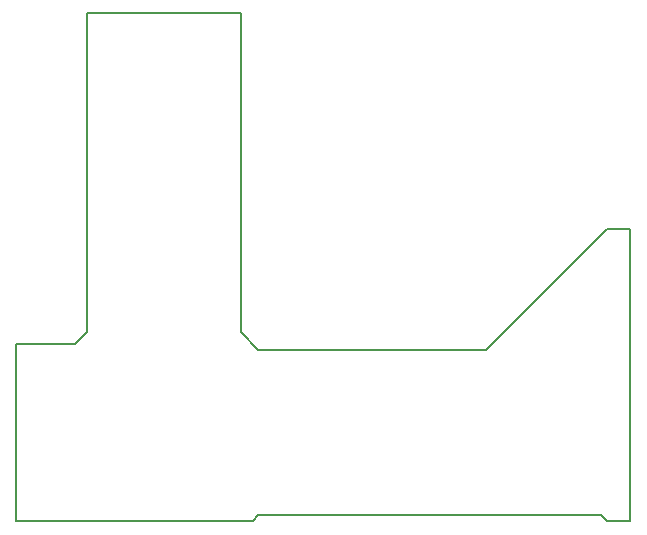
<source format=gbr>
G04 start of page 11 for group 9 idx 9 *
G04 Title: IDEF-X, cover *
G04 Creator: pcb 1.99z *
G04 CreationDate: Mi 20 Jan 2016 16:51:45 GMT UTC *
G04 For: stephan *
G04 Format: Gerber/RS-274X *
G04 PCB-Dimensions (mil): 7874.02 3937.01 *
G04 PCB-Coordinate-Origin: lower left *
%MOIN*%
%FSLAX25Y25*%
%LNCOVER*%
%ADD43C,0.0059*%
G54D43*X405512Y118110D02*X481299D01*
X521654Y158465D01*
X529528D01*
X405512Y62992D02*X403543Y61024D01*
X519685Y62992D02*X405512D01*
X521654Y61024D02*X519685Y62992D01*
X529528Y158465D02*Y61024D01*
X521654D01*
X399606Y124016D02*Y230315D01*
X405512Y118110D02*X399606Y124016D01*
X348425D02*Y230315D01*
X344488Y120079D02*X348425Y124016D01*
Y230315D02*X399606D01*
X403543Y61024D02*X324803D01*
Y120079D01*
X344488D01*
M02*

</source>
